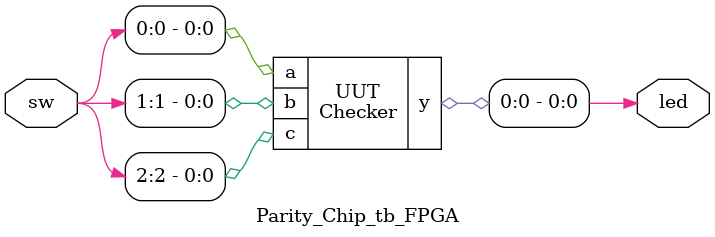
<source format=v>
`timescale 1ns / 1ps
module Generator(a,b,c,p);
input a,b,c;
output p;
assign p = a^b^c;
endmodule

module Checker(a,b,c,p,y);
input a,b,c,p;
output y;
Generator UUT(.a(a),.b(b),.c(c),.p(p));
assign y = (a^b)^(c^p);
endmodule

module Parity_Chip_tb_FPGA(input [15:0]sw, output [15:0]led);
Checker UUT(.a(sw[0]),.b(sw[1]),.c(sw[2]),.y(led[0]));
endmodule

//module Parity_Chip_tb();
//reg a,b,c;
//wire y;
//integer i;
//initial begin
//a = 0;b = 0; c = 0;#10;
//for(i = 0; i < 8; i = i+1)begin
//{a,b,c} = {a,b,c}+1; #10;
//end
//end
//Checker UUT(.a(a),.b(b),.c(c),.p(p),.y(y));
//endmodule





</source>
